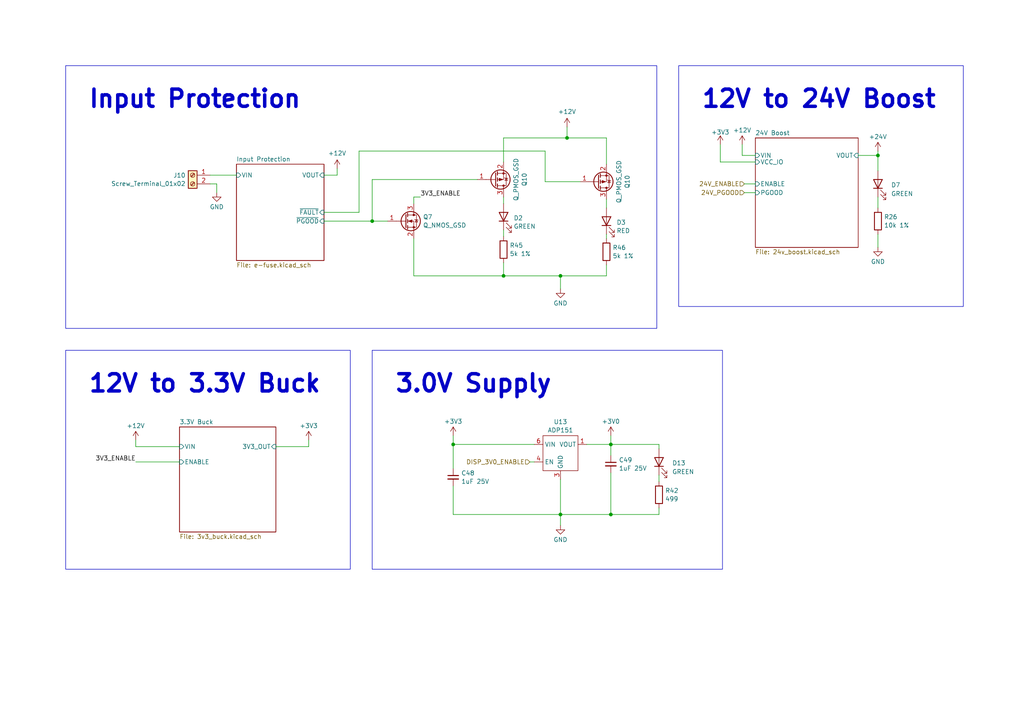
<source format=kicad_sch>
(kicad_sch (version 20230121) (generator eeschema)
  (paper "A4")
  (lib_symbols
    (symbol "Connector:Screw_Terminal_01x02" (pin_names (offset 1.016) hide)
      (property "Reference" "J" (at 0 2.54 0))
      (property "Value" "Screw_Terminal_01x02" (at 0 -5.08 0))
      (symbol "Screw_Terminal_01x02_1_1"
        (rectangle (start -1.27 1.27) (end 1.27 -3.81) (stroke (width 0.254)) (fill (type background)))
        (circle (center 0 -2.54) (radius 0.635) (stroke (width 0.1524)))
        (polyline (pts (xy -0.5334 -2.2098) (xy 0.3302 -3.048)) (stroke (width 0.1524)))
        (polyline (pts (xy -0.5334 0.3302) (xy 0.3302 -0.508)) (stroke (width 0.1524)))
        (polyline (pts (xy -0.3556 -2.032) (xy 0.508 -2.8702)) (stroke (width 0.1524)))
        (polyline (pts (xy -0.3556 0.508) (xy 0.508 -0.3302)) (stroke (width 0.1524)))
        (circle (center 0 0) (radius 0.635) (stroke (width 0.1524)))
        (pin passive line (at -5.08 0 0) (length 3.81) (name "Pin_1") (number "1"))
        (pin passive line (at -5.08 -2.54 0) (length 3.81) (name "Pin_2") (number "2"))
      )
    )
    (symbol "Custom Parts:ADP151ACPZ-3.0-R7"
      (property "Reference" "U" (at -3.81 6.35 0))
      (property "Value" "ADP151" (at 2.54 6.35 0))
      (symbol "ADP151ACPZ-3.0-R7_0_1"
        (rectangle (start -5.08 5.08) (end 5.08 -5.08))
      )
      (symbol "ADP151ACPZ-3.0-R7_1_1"
        (pin input line (at 7.62 2.54 180) (length 2.54) (name "VOUT") (number "1"))
        (pin input line (at -2.54 0 0) (length 2.54) hide (name "NC") (number "2"))
        (pin input line (at 0 -7.62 90) (length 2.54) (name "GND") (number "3"))
        (pin input line (at -7.62 -2.54 0) (length 2.54) (name "EN") (number "4"))
        (pin input line (at -2.54 1.27 0) (length 2.54) hide (name "NC") (number "5"))
        (pin input line (at -7.62 2.54 0) (length 2.54) (name "VIN") (number "6"))
        (pin input line (at 0 -7.62 90) (length 2.54) hide (name "GND") (number "7"))
      )
    )
    (symbol "Device:C_Small" (pin_numbers hide) (pin_names (offset 0.254) hide)
      (property "Reference" "C" (at 0.254 1.778 0))
      (property "Value" "C_Small" (at 0.254 -2.032 0))
      (symbol "C_Small_0_1"
        (polyline (pts (xy -1.524 -0.508) (xy 1.524 -0.508)) (stroke (width 0.3302)))
        (polyline (pts (xy -1.524 0.508) (xy 1.524 0.508)) (stroke (width 0.3048)))
      )
      (symbol "C_Small_1_1"
        (pin passive line (at 0 2.54 270) (length 2.032) (name "~") (number "1"))
        (pin passive line (at 0 -2.54 90) (length 2.032) (name "~") (number "2"))
      )
    )
    (symbol "Device:LED" (pin_numbers hide) (pin_names (offset 1.016) hide)
      (property "Reference" "D" (at 0 2.54 0))
      (property "Value" "LED" (at 0 -2.54 0))
      (symbol "LED_0_1"
        (polyline (pts (xy -1.27 -1.27) (xy -1.27 1.27)) (stroke (width 0.254)))
        (polyline (pts (xy -1.27 0) (xy 1.27 0)))
        (polyline (pts (xy 1.27 -1.27) (xy 1.27 1.27) (xy -1.27 0) (xy 1.27 -1.27)) (stroke (width 0.254)))
        (polyline (pts (xy -3.048 -0.762) (xy -4.572 -2.286) (xy -3.81 -2.286) (xy -4.572 -2.286) (xy -4.572 -1.524)))
        (polyline (pts (xy -1.778 -0.762) (xy -3.302 -2.286) (xy -2.54 -2.286) (xy -3.302 -2.286) (xy -3.302 -1.524)))
      )
      (symbol "LED_1_1"
        (pin passive line (at -3.81 0 0) (length 2.54) (name "K") (number "1"))
        (pin passive line (at 3.81 0 180) (length 2.54) (name "A") (number "2"))
      )
    )
    (symbol "Device:Q_NMOS_GSD" (pin_names (offset 0) hide)
      (property "Reference" "Q" (at 5.08 1.27 0))
      (property "Value" "Q_NMOS_GSD" (at 5.08 -1.27 0))
      (symbol "Q_NMOS_GSD_0_1"
        (polyline (pts (xy 0.254 0) (xy -2.54 0)))
        (polyline (pts (xy 0.254 1.905) (xy 0.254 -1.905)) (stroke (width 0.254)))
        (polyline (pts (xy 0.762 -1.27) (xy 0.762 -2.286)) (stroke (width 0.254)))
        (polyline (pts (xy 0.762 0.508) (xy 0.762 -0.508)) (stroke (width 0.254)))
        (polyline (pts (xy 0.762 2.286) (xy 0.762 1.27)) (stroke (width 0.254)))
        (polyline (pts (xy 2.54 2.54) (xy 2.54 1.778)))
        (polyline (pts (xy 2.54 -2.54) (xy 2.54 0) (xy 0.762 0)))
        (polyline (pts (xy 0.762 -1.778) (xy 3.302 -1.778) (xy 3.302 1.778) (xy 0.762 1.778)))
        (polyline (pts (xy 1.016 0) (xy 2.032 0.381) (xy 2.032 -0.381) (xy 1.016 0)) (fill (type outline)))
        (polyline (pts (xy 2.794 0.508) (xy 2.921 0.381) (xy 3.683 0.381) (xy 3.81 0.254)))
        (polyline (pts (xy 3.302 0.381) (xy 2.921 -0.254) (xy 3.683 -0.254) (xy 3.302 0.381)))
        (circle (center 1.651 0) (radius 2.794) (stroke (width 0.254)))
        (circle (center 2.54 -1.778) (radius 0.254) (fill (type outline)))
        (circle (center 2.54 1.778) (radius 0.254) (fill (type outline)))
      )
      (symbol "Q_NMOS_GSD_1_1"
        (pin input line (at -5.08 0 0) (length 2.54) (name "G") (number "1"))
        (pin passive line (at 2.54 -5.08 90) (length 2.54) (name "S") (number "2"))
        (pin passive line (at 2.54 5.08 270) (length 2.54) (name "D") (number "3"))
      )
    )
    (symbol "Device:Q_PMOS_GSD" (pin_names (offset 0) hide)
      (property "Reference" "Q" (at 5.08 1.27 0))
      (property "Value" "Q_PMOS_GSD" (at 5.08 -1.27 0))
      (symbol "Q_PMOS_GSD_0_1"
        (polyline (pts (xy 0.254 0) (xy -2.54 0)))
        (polyline (pts (xy 0.254 1.905) (xy 0.254 -1.905)) (stroke (width 0.254)))
        (polyline (pts (xy 0.762 -1.27) (xy 0.762 -2.286)) (stroke (width 0.254)))
        (polyline (pts (xy 0.762 0.508) (xy 0.762 -0.508)) (stroke (width 0.254)))
        (polyline (pts (xy 0.762 2.286) (xy 0.762 1.27)) (stroke (width 0.254)))
        (polyline (pts (xy 2.54 2.54) (xy 2.54 1.778)))
        (polyline (pts (xy 2.54 -2.54) (xy 2.54 0) (xy 0.762 0)))
        (polyline (pts (xy 0.762 1.778) (xy 3.302 1.778) (xy 3.302 -1.778) (xy 0.762 -1.778)))
        (polyline (pts (xy 2.286 0) (xy 1.27 0.381) (xy 1.27 -0.381) (xy 2.286 0)) (fill (type outline)))
        (polyline (pts (xy 2.794 -0.508) (xy 2.921 -0.381) (xy 3.683 -0.381) (xy 3.81 -0.254)))
        (polyline (pts (xy 3.302 -0.381) (xy 2.921 0.254) (xy 3.683 0.254) (xy 3.302 -0.381)))
        (circle (center 1.651 0) (radius 2.794) (stroke (width 0.254)))
        (circle (center 2.54 -1.778) (radius 0.254) (fill (type outline)))
        (circle (center 2.54 1.778) (radius 0.254) (fill (type outline)))
      )
      (symbol "Q_PMOS_GSD_1_1"
        (pin input line (at -5.08 0 0) (length 2.54) (name "G") (number "1"))
        (pin passive line (at 2.54 -5.08 90) (length 2.54) (name "S") (number "2"))
        (pin passive line (at 2.54 5.08 270) (length 2.54) (name "D") (number "3"))
      )
    )
    (symbol "Device:R" (pin_numbers hide) (pin_names (offset 0))
      (property "Reference" "R" (at 2.032 0 90))
      (property "Value" "R" (at 0 0 90))
      (symbol "R_0_1"
        (rectangle (start -1.016 -2.54) (end 1.016 2.54) (stroke (width 0.254)))
      )
      (symbol "R_1_1"
        (pin passive line (at 0 3.81 270) (length 1.27) (name "~") (number "1"))
        (pin passive line (at 0 -3.81 90) (length 1.27) (name "~") (number "2"))
      )
    )
    (symbol "power:+12V" (power) (pin_names (offset 0))
      (property "Value" "+12V" (at 0 3.556 0))
      (symbol "+12V_0_1"
        (polyline (pts (xy -0.762 1.27) (xy 0 2.54)))
        (polyline (pts (xy 0 0) (xy 0 2.54)))
        (polyline (pts (xy 0 2.54) (xy 0.762 1.27)))
      )
      (symbol "+12V_1_1"
        (pin power_in line (at 0 0 90) (length 0) hide (name "+12V") (number "1"))
      )
    )
    (symbol "power:+24V" (power) (pin_names (offset 0))
      (property "Value" "+24V" (at 0 3.556 0))
      (symbol "+24V_0_1"
        (polyline (pts (xy -0.762 1.27) (xy 0 2.54)))
        (polyline (pts (xy 0 0) (xy 0 2.54)))
        (polyline (pts (xy 0 2.54) (xy 0.762 1.27)))
      )
      (symbol "+24V_1_1"
        (pin power_in line (at 0 0 90) (length 0) hide (name "+24V") (number "1"))
      )
    )
    (symbol "power:+3V0" (power) (pin_names (offset 0))
      (property "Value" "+3V0" (at 0 3.556 0))
      (symbol "+3V0_0_1"
        (polyline (pts (xy -0.762 1.27) (xy 0 2.54)))
        (polyline (pts (xy 0 0) (xy 0 2.54)))
        (polyline (pts (xy 0 2.54) (xy 0.762 1.27)))
      )
      (symbol "+3V0_1_1"
        (pin power_in line (at 0 0 90) (length 0) hide (name "+3V0") (number "1"))
      )
    )
    (symbol "power:+3V3" (power) (pin_names (offset 0))
      (property "Value" "+3V3" (at 0 3.556 0))
      (symbol "+3V3_0_1"
        (polyline (pts (xy -0.762 1.27) (xy 0 2.54)))
        (polyline (pts (xy 0 0) (xy 0 2.54)))
        (polyline (pts (xy 0 2.54) (xy 0.762 1.27)))
      )
      (symbol "+3V3_1_1"
        (pin power_in line (at 0 0 90) (length 0) hide (name "+3V3") (number "1"))
      )
    )
    (symbol "power:GND" (power) (pin_names (offset 0))
      (property "Value" "GND" (at 0 -3.81 0))
      (symbol "GND_0_1"
        (polyline (pts (xy 0 0) (xy 0 -1.27) (xy 1.27 -1.27) (xy 0 -2.54) (xy -1.27 -1.27) (xy 0 -1.27)))
      )
      (symbol "GND_1_1"
        (pin power_in line (at 0 0 270) (length 0) hide (name "GND") (number "1"))
      )
    )
  )
  (junction (at 162.56 80.01))
  (junction (at 177.165 149.225))
  (junction (at 131.445 128.905))
  (junction (at 254.635 45.085))
  (junction (at 107.95 64.135))
  (junction (at 177.165 128.905))
  (junction (at 162.56 149.225))
  (junction (at 146.05 80.01))
  (junction (at 164.465 40.005))
  (wire (pts (xy 131.445 149.225) (xy 162.56 149.225)))
  (wire (pts (xy 177.165 132.08) (xy 177.165 128.905)))
  (wire (pts (xy 191.135 137.795) (xy 191.135 139.7)))
  (wire (pts (xy 146.05 80.01) (xy 162.56 80.01)))
  (wire (pts (xy 131.445 128.905) (xy 154.94 128.905)))
  (wire (pts (xy 39.37 133.985) (xy 52.07 133.985)))
  (wire (pts (xy 191.135 128.905) (xy 191.135 130.175)))
  (wire (pts (xy 215.9 53.34) (xy 219.075 53.34)))
  (wire (pts (xy 175.895 57.785) (xy 175.895 60.325)))
  (wire (pts (xy 158.115 43.815) (xy 104.14 43.815)))
  (wire (pts (xy 131.445 140.97) (xy 131.445 149.225)))
  (wire (pts (xy 254.635 45.085) (xy 254.635 49.53)))
  (wire (pts (xy 120.015 80.01) (xy 120.015 69.215)))
  (wire (pts (xy 215.265 41.91) (xy 215.265 45.085)))
  (wire (pts (xy 175.895 80.01) (xy 175.895 76.835)))
  (wire (pts (xy 177.165 149.225) (xy 162.56 149.225)))
  (wire (pts (xy 80.01 129.54) (xy 89.535 129.54)))
  (wire (pts (xy 146.05 66.675) (xy 146.05 68.58)))
  (wire (pts (xy 164.465 36.83) (xy 164.465 40.005)))
  (wire (pts (xy 131.445 128.905) (xy 131.445 135.89)))
  (wire (pts (xy 175.895 67.945) (xy 175.895 69.215)))
  (wire (pts (xy 254.635 45.085) (xy 254.635 43.815)))
  (wire (pts (xy 175.895 47.625) (xy 175.895 40.005)))
  (wire (pts (xy 107.95 52.07) (xy 107.95 64.135)))
  (wire (pts (xy 146.05 76.2) (xy 146.05 80.01)))
  (wire (pts (xy 162.56 80.01) (xy 162.56 83.82)))
  (wire (pts (xy 162.56 149.225) (xy 162.56 152.4)))
  (wire (pts (xy 158.115 52.705) (xy 158.115 43.815)))
  (wire (pts (xy 60.96 50.8) (xy 68.58 50.8)))
  (wire (pts (xy 254.635 57.15) (xy 254.635 60.325)))
  (wire (pts (xy 158.115 52.705) (xy 168.275 52.705)))
  (wire (pts (xy 39.37 129.54) (xy 52.07 129.54)))
  (wire (pts (xy 104.14 43.815) (xy 104.14 61.595)))
  (wire (pts (xy 215.9 55.88) (xy 219.075 55.88)))
  (wire (pts (xy 208.915 41.91) (xy 208.915 46.99)))
  (wire (pts (xy 60.96 53.34) (xy 62.865 53.34)))
  (wire (pts (xy 191.135 149.225) (xy 177.165 149.225)))
  (wire (pts (xy 107.95 52.07) (xy 138.43 52.07)))
  (wire (pts (xy 97.79 50.8) (xy 97.79 48.895)))
  (wire (pts (xy 208.915 46.99) (xy 219.075 46.99)))
  (wire (pts (xy 177.165 128.905) (xy 170.18 128.905)))
  (wire (pts (xy 177.165 126.365) (xy 177.165 128.905)))
  (wire (pts (xy 146.05 40.005) (xy 146.05 46.99)))
  (wire (pts (xy 121.92 57.15) (xy 120.015 57.15)))
  (wire (pts (xy 175.895 40.005) (xy 164.465 40.005)))
  (wire (pts (xy 146.05 57.15) (xy 146.05 59.055)))
  (wire (pts (xy 191.135 147.32) (xy 191.135 149.225)))
  (wire (pts (xy 131.445 126.365) (xy 131.445 128.905)))
  (wire (pts (xy 215.265 45.085) (xy 219.075 45.085)))
  (wire (pts (xy 177.165 137.16) (xy 177.165 149.225)))
  (wire (pts (xy 154.94 133.985) (xy 153.67 133.985)))
  (wire (pts (xy 120.015 57.15) (xy 120.015 59.055)))
  (wire (pts (xy 62.865 53.34) (xy 62.865 55.88)))
  (wire (pts (xy 107.95 64.135) (xy 112.395 64.135)))
  (wire (pts (xy 248.92 45.085) (xy 254.635 45.085)))
  (wire (pts (xy 120.015 80.01) (xy 146.05 80.01)))
  (wire (pts (xy 89.535 129.54) (xy 89.535 127.635)))
  (wire (pts (xy 146.05 40.005) (xy 164.465 40.005)))
  (wire (pts (xy 93.98 64.135) (xy 107.95 64.135)))
  (wire (pts (xy 93.98 50.8) (xy 97.79 50.8)))
  (wire (pts (xy 162.56 80.01) (xy 175.895 80.01)))
  (wire (pts (xy 39.37 127.635) (xy 39.37 129.54)))
  (wire (pts (xy 104.14 61.595) (xy 93.98 61.595)))
  (wire (pts (xy 177.165 128.905) (xy 191.135 128.905)))
  (wire (pts (xy 162.56 139.065) (xy 162.56 149.225)))
  (wire (pts (xy 254.635 67.945) (xy 254.635 71.755)))
  (rectangle (start 19.05 101.6) (end 101.6 165.1))
  (rectangle (start 107.95 101.6) (end 209.55 165.1))
  (rectangle (start 19.05 19.05) (end 190.5 95.25))
  (rectangle (start 196.85 19.05) (end 279.4 88.9))
  (text "12V to 3.3V Buck" (at 25.4 114.3 0) (effects (font (size 5 5) (thickness 1) bold) (justify left bottom)))
  (text "3.0V Supply" (at 114.3 114.3 0) (effects (font (size 5 5) (thickness 1) bold) (justify left bottom)))
  (text "12V to 24V Boost\n" (at 203.2 31.75 0) (effects (font (size 5 5) bold) (justify left bottom)))
  (text "Input Protection" (at 25.4 31.75 0) (effects (font (size 5 5) (thickness 1) bold) (justify left bottom)))
  (label "3V3_ENABLE" (at 121.92 57.15 0))
  (label "3V3_ENABLE" (at 39.37 133.985 180))
  (hierarchical_label "24V_ENABLE" (shape input) (at 215.9 53.34 180))
  (hierarchical_label "24V_PGOOD" (shape input) (at 215.9 55.88 180))
  (hierarchical_label "DISP_3V0_ENABLE" (shape input) (at 153.67 133.985 180))
  (symbol (lib_id "power:+12V") (at 39.37 127.635 0) (unit 1)
    (property "Reference" "#PWR025" (effects hide))
    (property "Value" "+12V" (at 39.37 123.5019 0))
  )
  (symbol (lib_id "power:+3V3") (at 208.915 41.91 0) (unit 1)
    (property "Reference" "#PWR028" (effects hide))
    (property "Value" "+3V3" (at 208.915 38.354 0))
    (instances (project "bilge-vacuum" (path "" (reference "#PWR028") (unit 1)) (path "" (reference "#PWR023") (unit 1))))
  )
  (symbol (lib_id "Device:LED") (at 191.135 133.985 90) (unit 1)
    (property "Reference" "D13" (at 194.945 134.3025 90) (effects (justify right)))
    (property "Value" "GREEN" (at 194.945 136.8425 90) (effects (justify right)))
    (property "Footprint" "LED_SMD:LED_0805_2012Metric" (effects hide))
  )
  (symbol (lib_id "Device:LED") (at 146.05 62.865 90) (unit 1)
    (property "Reference" "D2" (at 148.971 63.2404 90) (effects (justify right)))
    (property "Value" "GREEN" (at 148.971 65.6646 90) (effects (justify right)))
    (property "Footprint" "LED_SMD:LED_0805_2012Metric" (effects hide))
  )
  (symbol (lib_id "Device:Q_PMOS_GSD") (at 173.355 52.705 0) (mirror x) (unit 1)
    (property "Reference" "Q10" (at 181.9443 52.705 90))
    (property "Value" "Q_PMOS_GSD" (at 179.5201 52.705 90))
    (property "Footprint" "Package_TO_SOT_SMD:SOT-23-3" (effects hide))
    (instances (project "bilge-vacuum" (path "" (reference "Q10") (unit 1)) (path "" (reference "Q9") (unit 1))))
  )
  (symbol (lib_id "power:GND") (at 254.635 71.755 0) (unit 1)
    (property "Reference" "#PWR022" (effects hide))
    (property "Value" "GND" (at 254.635 75.8881 0))
    (instances (project "bilge-vacuum" (path "" (reference "#PWR022") (unit 1)) (path "" (reference "#PWR029") (unit 1))))
  )
  (symbol (lib_id "power:+3V0") (at 177.165 126.365 0) (unit 1)
    (property "Reference" "#PWR042" (effects hide))
    (property "Value" "+3V0" (at 177.165 122.2319 0))
  )
  (symbol (lib_id "Device:C_Small") (at 131.445 138.43 0) (unit 1)
    (property "Reference" "C48" (at 133.7691 137.2242 0) (effects (justify left)))
    (property "Value" "1uF 25V" (at 133.7691 139.6484 0) (effects (justify left)))
    (property "Footprint" "Capacitor_SMD:C_0805_2012Metric" (effects hide))
  )
  (symbol (lib_id "power:+12V") (at 215.265 41.91 0) (unit 1)
    (property "Reference" "#PWR021" (effects hide))
    (property "Value" "+12V" (at 215.265 37.7769 0))
    (instances (project "bilge-vacuum" (path "" (reference "#PWR021") (unit 1)) (path "" (reference "#PWR024") (unit 1))))
  )
  (symbol (lib_id "power:GND") (at 162.56 152.4 0) (unit 1)
    (property "Reference" "#PWR040" (effects hide))
    (property "Value" "GND" (at 162.56 156.5331 0))
    (instances (project "bilge-vacuum" (path "" (reference "#PWR040") (unit 1)) (path "" (reference "#PWR041") (unit 1))))
  )
  (symbol (lib_id "Device:R") (at 254.635 64.135 0) (unit 1)
    (property "Reference" "R26" (at 256.413 62.9229 0) (effects (justify left)))
    (property "Value" "10k 1%" (at 256.413 65.3471 0) (effects (justify left)))
    (property "Footprint" "Resistor_SMD:R_0805_2012Metric" (effects hide))
    (instances (project "bilge-vacuum" (path "" (reference "R26") (unit 1)) (path "" (reference "R27") (unit 1))))
  )
  (symbol (lib_id "Device:Q_PMOS_GSD") (at 143.51 52.07 0) (mirror x) (unit 1)
    (property "Reference" "Q10" (at 152.0993 52.07 90))
    (property "Value" "Q_PMOS_GSD" (at 149.6751 52.07 90))
    (property "Footprint" "Package_TO_SOT_SMD:SOT-23-3" (effects hide))
    (instances (project "bilge-vacuum" (path "" (reference "Q10") (unit 1)) (path "" (reference "Q8") (unit 1))))
  )
  (symbol (lib_id "power:+3V3") (at 131.445 126.365 0) (unit 1)
    (property "Reference" "#PWR041" (effects hide))
    (property "Value" "+3V3" (at 131.445 122.2319 0))
    (instances (project "bilge-vacuum" (path "" (reference "#PWR041") (unit 1)) (path "" (reference "#PWR040") (unit 1))))
  )
  (symbol (lib_id "power:GND") (at 162.56 83.82 0) (unit 1)
    (property "Reference" "#PWR010" (effects hide))
    (property "Value" "GND" (at 162.56 87.9531 0))
    (instances (project "bilge-vacuum" (path "" (reference "#PWR010") (unit 1)) (path "" (reference "#PWR019") (unit 1))))
  )
  (symbol (lib_id "power:+24V") (at 254.635 43.815 0) (unit 1)
    (property "Reference" "#PWR020" (effects hide))
    (property "Value" "+24V" (at 254.635 39.6819 0))
    (instances (project "bilge-vacuum" (path "" (reference "#PWR020") (unit 1)) (path "" (reference "#PWR028") (unit 1))))
  )
  (symbol (lib_id "Device:R") (at 191.135 143.51 0) (unit 1)
    (property "Reference" "R42" (at 192.913 142.2979 0) (effects (justify left)))
    (property "Value" "499" (at 192.913 144.7221 0) (effects (justify left)))
    (property "Footprint" "Resistor_SMD:R_0805_2012Metric" (effects hide))
  )
  (symbol (lib_id "Custom Parts:ADP151ACPZ-3.0-R7") (at 162.56 131.445 0) (unit 1)
    (property "Reference" "U13" (at 162.56 122.3477 0))
    (property "Value" "ADP151" (at 162.56 124.7719 0))
    (property "Footprint" "Custom Parts:CP_6_3_ADI" (effects hide))
  )
  (symbol (lib_id "Device:Q_NMOS_GSD") (at 117.475 64.135 0) (unit 1)
    (property "Reference" "Q7" (at 122.682 62.9229 0) (effects (justify left)))
    (property "Value" "Q_NMOS_GSD" (at 122.682 65.3471 0) (effects (justify left)))
    (property "Footprint" "Package_TO_SOT_SMD:SOT-23-3" (effects hide))
  )
  (symbol (lib_id "Device:C_Small") (at 177.165 134.62 0) (unit 1)
    (property "Reference" "C49" (at 179.4891 133.4142 0) (effects (justify left)))
    (property "Value" "1uF 25V" (at 179.4891 135.8384 0) (effects (justify left)))
    (property "Footprint" "Capacitor_SMD:C_0805_2012Metric" (effects hide))
  )
  (symbol (lib_id "Device:R") (at 175.895 73.025 0) (unit 1)
    (property "Reference" "R46" (at 177.673 71.8129 0) (effects (justify left)))
    (property "Value" "5k 1%" (at 177.673 74.2371 0) (effects (justify left)))
    (property "Footprint" "Resistor_SMD:R_0805_2012Metric" (effects hide))
    (instances (project "bilge-vacuum" (path "" (reference "R46") (unit 1)) (path "" (reference "R33") (unit 1))))
  )
  (symbol (lib_id "Device:LED") (at 254.635 53.34 90) (unit 1)
    (property "Reference" "D7" (at 258.445 53.6575 90) (effects (justify right)))
    (property "Value" "GREEN" (at 258.445 56.1975 90) (effects (justify right)))
    (property "Footprint" "LED_SMD:LED_0805_2012Metric" (effects hide))
  )
  (symbol (lib_id "power:GND") (at 62.865 55.88 0) (unit 1)
    (property "Reference" "#PWR010" (effects hide))
    (property "Value" "GND" (at 62.865 60.0131 0))
    (instances (project "bilge-vacuum" (path "" (reference "#PWR010") (unit 1)) (path "" (reference "#PWR011") (unit 1))))
  )
  (symbol (lib_id "power:+12V") (at 97.79 48.895 0) (unit 1)
    (property "Reference" "#PWR011" (effects hide))
    (property "Value" "+12V" (at 97.79 44.45 0))
    (instances (project "bilge-vacuum" (path "" (reference "#PWR011") (unit 1)) (path "" (reference "#PWR012") (unit 1))))
  )
  (symbol (lib_id "Connector:Screw_Terminal_01x02") (at 55.88 50.8 0) (mirror y) (unit 1)
    (property "Reference" "J10" (at 53.848 50.8579 0) (effects (justify left)))
    (property "Value" "Screw_Terminal_01x02" (at 53.848 53.2821 0) (effects (justify left)))
    (property "Footprint" "Custom Parts:2604-1102" (effects hide))
    (instances (project "bilge-vacuum" (path "" (reference "J10") (unit 1)) (path "" (reference "J5") (unit 1)) (path "" (reference "J2") (unit 1))))
  )
  (symbol (lib_id "power:+12V") (at 164.465 36.83 0) (unit 1)
    (property "Reference" "#PWR019" (effects hide))
    (property "Value" "+12V" (at 164.465 32.385 0))
    (instances (project "bilge-vacuum" (path "" (reference "#PWR019") (unit 1)) (path "" (reference "#PWR027") (unit 1))))
  )
  (symbol (lib_id "Device:LED") (at 175.895 64.135 90) (unit 1)
    (property "Reference" "D3" (at 178.816 64.5104 90) (effects (justify right)))
    (property "Value" "RED" (at 178.816 66.9346 90) (effects (justify right)))
    (property "Footprint" "LED_SMD:LED_0805_2012Metric" (effects hide))
  )
  (symbol (lib_id "power:+3V3") (at 89.535 127.635 0) (unit 1)
    (property "Reference" "#PWR023" (effects hide))
    (property "Value" "+3V3" (at 89.535 123.5019 0))
    (instances (project "bilge-vacuum" (path "" (reference "#PWR023") (unit 1)) (path "" (reference "#PWR026") (unit 1))))
  )
  (symbol (lib_id "Device:R") (at 146.05 72.39 0) (unit 1)
    (property "Reference" "R45" (at 147.828 71.1779 0) (effects (justify left)))
    (property "Value" "5k 1%" (at 147.828 73.6021 0) (effects (justify left)))
    (property "Footprint" "Resistor_SMD:R_0805_2012Metric" (effects hide))
    (instances (project "bilge-vacuum" (path "" (reference "R45") (unit 1)) (path "" (reference "R31") (unit 1))))
  )
  (sheet (at 219.075 40.005) (size 29.845 31.75) (stroke (width 0.1524))
    (property "Sheetname" "24V Boost" (at 219.075 39.2934 0) (effects (justify left bottom)))
    (property "Sheetfile" "24v_boost.kicad_sch" (at 219.075 72.3396 0) (effects (justify left top)))
    (pin "VOUT" input (at 248.92 45.085 0))
    (pin "VIN" input (at 219.075 45.085 180))
    (pin "ENABLE" input (at 219.075 53.34 180))
    (pin "PGOOD" input (at 219.075 55.88 180))
    (pin "VCC_IO" input (at 219.075 46.99 180))
  )
  (sheet (at 68.58 47.625) (size 25.4 27.94) (stroke (width 0.1524))
    (property "Sheetname" "Input Protection" (at 68.58 46.9134 0) (effects (justify left bottom)))
    (property "Sheetfile" "e-fuse.kicad_sch" (at 68.58 76.1496 0) (effects (justify left top)))
    (pin "~{FAULT}" input (at 93.98 61.595 0))
    (pin "~{PGOOD}" input (at 93.98 64.135 0))
    (pin "VOUT" input (at 93.98 50.8 0))
    (pin "VIN" input (at 68.58 50.8 180))
  )
  (sheet (at 52.07 123.825) (size 27.94 30.48) (stroke (width 0.1524))
    (property "Sheetname" "3.3V Buck" (at 52.07 123.1134 0) (effects (justify left bottom)))
    (property "Sheetfile" "3v3_buck.kicad_sch" (at 52.07 154.8896 0) (effects (justify left top)))
    (pin "3V3_OUT" input (at 80.01 129.54 0))
    (pin "VIN" input (at 52.07 129.54 180))
    (pin "ENABLE" input (at 52.07 133.985 180))
  )
)
</source>
